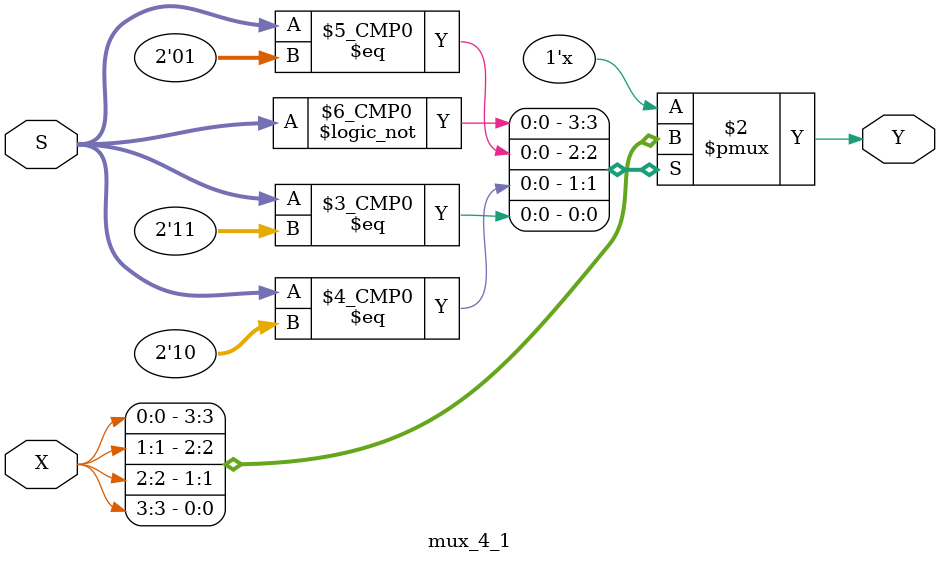
<source format=v>
`timescale 1ns / 1ns
module mux_4_1(
	output reg Y,
	input [3:0] X,
	input [1:0] S
);

always @(*) begin
	case(S)
		2'b00: Y <= X[0];
		2'b01: Y <= X[1];
		2'b10: Y <= X[2];
		2'b11: Y <= X[3];
		default: Y <= X[0];
	endcase
end

endmodule

</source>
